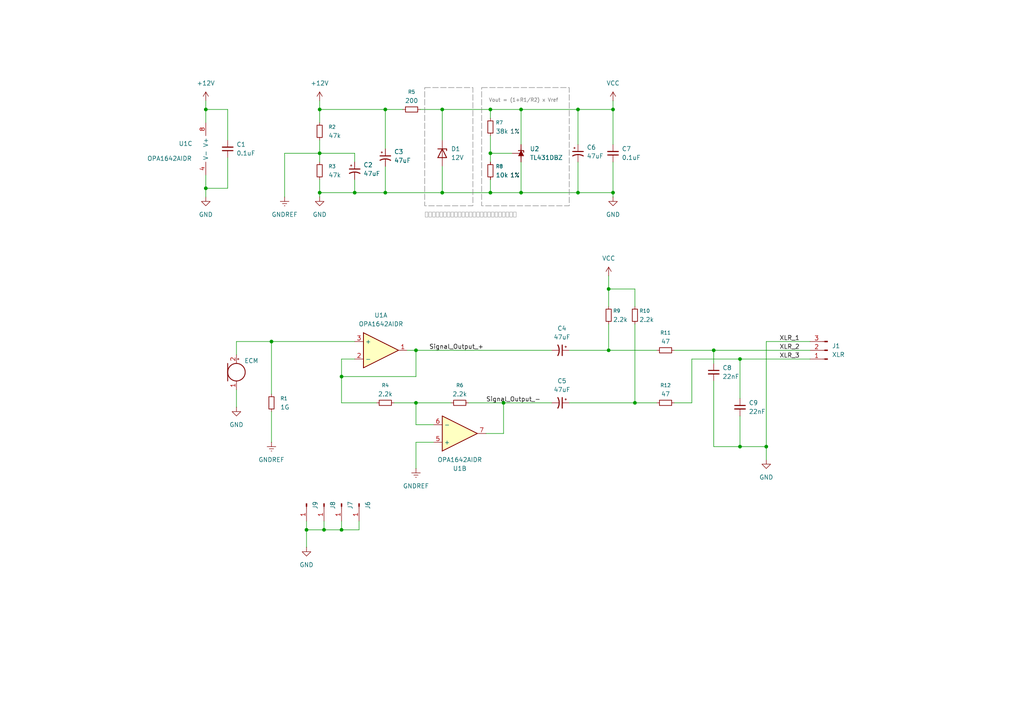
<source format=kicad_sch>
(kicad_sch (version 20250114) (generator "eeschema") (generator_version "9.0")
  (paper "A4")
  (title_block (title "OPA_Alice_ECM_Microphone") (date "2025-09-05") (rev "V1.0") (company "AXin实验室"))
  (lib_symbols
    (symbol "Connector:Conn_01x01_Pin" (pin_names (offset 1.016) (hide yes))
      (property "Reference" "J" (at 0 2.54 0))
      (property "Value" "Conn_01x01_Pin" (at 0 -2.54 0))
      (symbol "Conn_01x01_Pin_1_1"
        (rectangle (start 0.8636 0.127) (end 0 -0.127) (stroke (width 0.1524)) (fill (type outline)))
        (polyline (pts (xy 1.27 0) (xy 0.8636 0)) (stroke (width 0.1524)))
        (pin passive line (at 5.08 0 180) (length 3.81) (name "Pin_1") (number "1"))
      )
    )
    (symbol "Connector:Conn_01x03_Pin" (pin_names (offset 1.016) (hide yes))
      (property "Reference" "J" (at 0 5.08 0))
      (property "Value" "Conn_01x03_Pin" (at 0 -5.08 0))
      (symbol "Conn_01x03_Pin_1_1"
        (rectangle (start 0.8636 2.667) (end 0 2.413) (stroke (width 0.1524)) (fill (type outline)))
        (rectangle (start 0.8636 0.127) (end 0 -0.127) (stroke (width 0.1524)) (fill (type outline)))
        (rectangle (start 0.8636 -2.413) (end 0 -2.667) (stroke (width 0.1524)) (fill (type outline)))
        (polyline (pts (xy 1.27 2.54) (xy 0.8636 2.54)) (stroke (width 0.1524)))
        (polyline (pts (xy 1.27 0) (xy 0.8636 0)) (stroke (width 0.1524)))
        (polyline (pts (xy 1.27 -2.54) (xy 0.8636 -2.54)) (stroke (width 0.1524)))
        (pin passive line (at 5.08 2.54 180) (length 3.81) (name "Pin_1") (number "1"))
        (pin passive line (at 5.08 0 180) (length 3.81) (name "Pin_2") (number "2"))
        (pin passive line (at 5.08 -2.54 180) (length 3.81) (name "Pin_3") (number "3"))
      )
    )
    (symbol "Device:C_Polarized_Small_US" (pin_numbers (hide yes)) (pin_names (offset 0.254) (hide yes))
      (property "Reference" "C" (at 0.254 1.778 0))
      (property "Value" "C_Polarized_Small_US" (at 0.254 -2.032 0))
      (symbol "C_Polarized_Small_US_0_1"
        (polyline (pts (xy -1.524 0.508) (xy 1.524 0.508)) (stroke (width 0.3048)))
        (polyline (pts (xy -1.27 1.524) (xy -0.762 1.524)))
        (polyline (pts (xy -1.016 1.27) (xy -1.016 1.778)))
        (arc (start -1.524 -0.762) (mid 0 -0.3734) (end 1.524 -0.762) (stroke (width 0.3048)))
      )
      (symbol "C_Polarized_Small_US_1_1"
        (pin passive line (at 0 2.54 270) (length 2.032) (name "~") (number "1"))
        (pin passive line (at 0 -2.54 90) (length 2.032) (name "~") (number "2"))
      )
    )
    (symbol "Device:C_Small" (pin_numbers (hide yes)) (pin_names (offset 0.254) (hide yes))
      (property "Reference" "C" (at 0.254 1.778 0))
      (property "Value" "C_Small" (at 0.254 -2.032 0))
      (symbol "C_Small_0_1"
        (polyline (pts (xy -1.524 0.508) (xy 1.524 0.508)) (stroke (width 0.3048)))
        (polyline (pts (xy -1.524 -0.508) (xy 1.524 -0.508)) (stroke (width 0.3302)))
      )
      (symbol "C_Small_1_1"
        (pin passive line (at 0 2.54 270) (length 2.032) (name "~") (number "1"))
        (pin passive line (at 0 -2.54 90) (length 2.032) (name "~") (number "2"))
      )
    )
    (symbol "Device:D_Zener" (pin_numbers (hide yes)) (pin_names (offset 1.016) (hide yes))
      (property "Reference" "D" (at 0 2.54 0))
      (property "Value" "D_Zener" (at 0 -2.54 0))
      (symbol "D_Zener_0_1"
        (polyline (pts (xy -1.27 -1.27) (xy -1.27 1.27) (xy -0.762 1.27)) (stroke (width 0.254)))
        (polyline (pts (xy 1.27 0) (xy -1.27 0)))
        (polyline (pts (xy 1.27 -1.27) (xy 1.27 1.27) (xy -1.27 0) (xy 1.27 -1.27)) (stroke (width 0.254)))
      )
      (symbol "D_Zener_1_1"
        (pin passive line (at -3.81 0 0) (length 2.54) (name "K") (number "1"))
        (pin passive line (at 3.81 0 180) (length 2.54) (name "A") (number "2"))
      )
    )
    (symbol "Device:Microphone" (pin_names (offset 0.0254) (hide yes))
      (property "Reference" "MK" (at -3.81 1.27 0))
      (property "Value" "Microphone" (at -3.81 -0.635 0))
      (symbol "Microphone_0_1"
        (polyline (pts (xy -2.54 2.54) (xy -2.54 -2.54)) (stroke (width 0.254)))
        (circle (center 0 0) (radius 2.54) (stroke (width 0.254)))
        (polyline (pts (xy 0.254 3.81) (xy 0.762 3.81)))
        (polyline (pts (xy 0.508 4.064) (xy 0.508 3.556)))
      )
      (symbol "Microphone_1_1"
        (pin passive line (at 0 5.08 270) (length 2.54) (name "+") (number "2"))
        (pin passive line (at 0 -5.08 90) (length 2.54) (name "-") (number "1"))
      )
    )
    (symbol "Device:R_Small" (pin_numbers (hide yes)) (pin_names (offset 0.254) (hide yes))
      (property "Reference" "R" (at 0 0 90))
      (property "Value" "R_Small" (at 1.778 0 90))
      (symbol "R_Small_0_1"
        (rectangle (start -0.762 1.778) (end 0.762 -1.778) (stroke (width 0.2032)))
      )
      (symbol "R_Small_1_1"
        (pin passive line (at 0 2.54 270) (length 0.762) (name "~") (number "1"))
        (pin passive line (at 0 -2.54 90) (length 0.762) (name "~") (number "2"))
      )
    )
    (symbol "PCM1863:OPA1642AIDR"
      (property "Reference" "U" (at 2.794 7.62 0))
      (property "Value" "OPA1642AIDR" (at 0 0 0))
      (symbol "OPA1642AIDR_1_1"
        (polyline (pts (xy 0 5.08) (xy 10.16 0) (xy 0 -5.08) (xy 0 5.08)) (stroke (width 0.254)) (fill (type background)))
        (pin input line (at -2.54 2.54 0) (length 2.54) (name "+") (number "3"))
        (pin input line (at -2.54 -2.54 0) (length 2.54) (name "-") (number "2"))
        (pin output line (at 12.7 0 180) (length 2.54) (name "~") (number "1"))
      )
      (symbol "OPA1642AIDR_2_1"
        (polyline (pts (xy 0 5.08) (xy 10.16 0) (xy 0 -5.08) (xy 0 5.08)) (stroke (width 0.254)) (fill (type background)))
        (pin input line (at -2.54 2.54 0) (length 2.54) (name "+") (number "5"))
        (pin input line (at -2.54 -2.54 0) (length 2.54) (name "-") (number "6"))
        (pin output line (at 12.7 0 180) (length 2.54) (name "~") (number "7"))
      )
      (symbol "OPA1642AIDR_3_1"
        (pin power_in line (at 0 7.62 270) (length 3.81) (name "V+") (number "8"))
        (pin power_in line (at 0 -7.62 90) (length 3.81) (name "V-") (number "4"))
      )
    )
    (symbol "Reference_Voltage:TL431DBZ" (pin_numbers (hide yes)) (pin_names (hide yes))
      (property "Reference" "U" (at -2.54 2.54 0))
      (property "Value" "TL431DBZ" (at 0 -2.54 0))
      (symbol "TL431DBZ_0_1"
        (polyline (pts (xy -1.27 0) (xy 0 0) (xy 1.27 0)))
        (polyline (pts (xy -0.762 -0.762) (xy -0.762 0.762) (xy 0.762 0) (xy -0.762 -0.762)) (fill (type outline)))
        (polyline (pts (xy 0.254 -0.762) (xy 0.762 -0.762) (xy 0.762 0.762) (xy 0.762 0.762)) (stroke (width 0.254)))
      )
      (symbol "TL431DBZ_1_1"
        (pin passive line (at -2.54 0 0) (length 2.54) (name "A") (number "3"))
        (pin passive line (at 0 2.54 270) (length 2.54) (name "REF") (number "2"))
        (pin passive line (at 2.54 0 180) (length 2.54) (name "K") (number "1"))
      )
    )
    (symbol "power:+12V" (power) (pin_numbers (hide yes)) (pin_names (offset 0) (hide yes))
      (property "Value" "+12V" (at 0 3.556 0))
      (symbol "+12V_0_1"
        (polyline (pts (xy -0.762 1.27) (xy 0 2.54)))
        (polyline (pts (xy 0 2.54) (xy 0.762 1.27)))
        (polyline (pts (xy 0 0) (xy 0 2.54)))
      )
      (symbol "+12V_1_1"
        (pin power_in line (at 0 0 90) (length 0) (name "~") (number "1"))
      )
    )
    (symbol "power:GND" (power) (pin_numbers (hide yes)) (pin_names (offset 0) (hide yes))
      (property "Value" "GND" (at 0 -3.81 0))
      (symbol "GND_0_1"
        (polyline (pts (xy 0 0) (xy 0 -1.27) (xy 1.27 -1.27) (xy 0 -2.54) (xy -1.27 -1.27) (xy 0 -1.27)))
      )
      (symbol "GND_1_1"
        (pin power_in line (at 0 0 270) (length 0) (name "~") (number "1"))
      )
    )
    (symbol "power:GNDREF" (power) (pin_numbers (hide yes)) (pin_names (offset 0) (hide yes))
      (property "Value" "GNDREF" (at 0 -3.81 0))
      (symbol "GNDREF_0_1"
        (polyline (pts (xy -0.635 -1.905) (xy 0.635 -1.905)))
        (polyline (pts (xy -0.127 -2.54) (xy 0.127 -2.54)))
        (polyline (pts (xy 0 -1.27) (xy 0 0)))
        (polyline (pts (xy 1.27 -1.27) (xy -1.27 -1.27)))
      )
      (symbol "GNDREF_1_1"
        (pin power_in line (at 0 0 270) (length 0) (name "~") (number "1"))
      )
    )
    (symbol "power:VCC" (power) (pin_numbers (hide yes)) (pin_names (offset 0) (hide yes))
      (property "Value" "VCC" (at 0 3.556 0))
      (symbol "VCC_0_1"
        (polyline (pts (xy -0.762 1.27) (xy 0 2.54)))
        (polyline (pts (xy 0 2.54) (xy 0.762 1.27)))
        (polyline (pts (xy 0 0) (xy 0 2.54)))
      )
      (symbol "VCC_1_1"
        (pin power_in line (at 0 0 90) (length 0) (name "~") (number "1"))
      )
    )
  )
  (rectangle (start 123.19 25.4) (end 137.16 59.69) (stroke (width 0) (type dash) (color 132 132 132 1)))
  (rectangle (start 139.7 25.4) (end 165.1 59.69) (stroke (width 0) (type dash) (color 132 132 132 1)))
  (text "Vout = (1+R1/R2) x Vref" (at 141.732 29.21 0) (effects (font (size 1.016 1.016)) (justify left)))
  (text "用于测试不同稳压电路底噪，两个稳压电路保留一个即可" (at 123.19 62.738 0) (effects (font (size 1.27 1.27)) (justify left)))
  (junction (at 102.87 55.88))
  (junction (at 59.69 54.61))
  (junction (at 151.13 31.75))
  (junction (at 99.06 153.67))
  (junction (at 78.74 99.06))
  (junction (at 120.65 116.84))
  (junction (at 92.71 55.88))
  (junction (at 167.64 55.88))
  (junction (at 176.53 83.82))
  (junction (at 88.9 153.67))
  (junction (at 146.05 116.84))
  (junction (at 151.13 55.88))
  (junction (at 142.24 55.88))
  (junction (at 92.71 44.45))
  (junction (at 167.64 31.75))
  (junction (at 120.65 101.6))
  (junction (at 214.63 104.14))
  (junction (at 176.53 101.6))
  (junction (at 93.98 153.67))
  (junction (at 214.63 129.54))
  (junction (at 177.8 31.75))
  (junction (at 222.25 129.54))
  (junction (at 128.27 55.88))
  (junction (at 128.27 31.75))
  (junction (at 142.24 44.45))
  (junction (at 59.69 31.75))
  (junction (at 111.76 55.88))
  (junction (at 111.76 31.75))
  (junction (at 142.24 31.75))
  (junction (at 184.15 116.84))
  (junction (at 177.8 55.88))
  (junction (at 207.01 101.6))
  (junction (at 92.71 31.75))
  (junction (at 99.06 109.22))
  (wire (pts (xy 59.69 50.8) (xy 59.69 54.61)))
  (wire (pts (xy 59.69 29.21) (xy 59.69 31.75)))
  (wire (pts (xy 151.13 46.99) (xy 151.13 55.88)))
  (wire (pts (xy 78.74 119.38) (xy 78.74 128.27)))
  (wire (pts (xy 128.27 48.26) (xy 128.27 55.88)))
  (wire (pts (xy 88.9 158.75) (xy 88.9 153.67)))
  (wire (pts (xy 167.64 31.75) (xy 177.8 31.75)))
  (wire (pts (xy 142.24 31.75) (xy 151.13 31.75)))
  (wire (pts (xy 120.65 101.6) (xy 118.11 101.6)))
  (wire (pts (xy 92.71 55.88) (xy 92.71 57.15)))
  (wire (pts (xy 142.24 39.37) (xy 142.24 44.45)))
  (wire (pts (xy 82.55 44.45) (xy 82.55 57.15)))
  (wire (pts (xy 92.71 44.45) (xy 82.55 44.45)))
  (wire (pts (xy 59.69 31.75) (xy 59.69 35.56)))
  (wire (pts (xy 99.06 151.13) (xy 99.06 153.67)))
  (wire (pts (xy 111.76 31.75) (xy 111.76 43.18)))
  (wire (pts (xy 114.3 116.84) (xy 120.65 116.84)))
  (wire (pts (xy 135.89 116.84) (xy 146.05 116.84)))
  (wire (pts (xy 176.53 101.6) (xy 176.53 93.98)))
  (wire (pts (xy 88.9 151.13) (xy 88.9 153.67)))
  (wire (pts (xy 92.71 52.07) (xy 92.71 55.88)))
  (wire (pts (xy 78.74 99.06) (xy 78.74 114.3)))
  (wire (pts (xy 78.74 99.06) (xy 102.87 99.06)))
  (wire (pts (xy 222.25 129.54) (xy 222.25 133.35)))
  (wire (pts (xy 120.65 101.6) (xy 160.02 101.6)))
  (wire (pts (xy 102.87 44.45) (xy 102.87 46.99)))
  (wire (pts (xy 142.24 44.45) (xy 148.59 44.45)))
  (wire (pts (xy 66.04 45.72) (xy 66.04 54.61)))
  (wire (pts (xy 99.06 109.22) (xy 99.06 116.84)))
  (wire (pts (xy 214.63 129.54) (xy 222.25 129.54)))
  (wire (pts (xy 176.53 101.6) (xy 190.5 101.6)))
  (wire (pts (xy 142.24 55.88) (xy 151.13 55.88)))
  (wire (pts (xy 99.06 116.84) (xy 109.22 116.84)))
  (wire (pts (xy 184.15 93.98) (xy 184.15 116.84)))
  (wire (pts (xy 68.58 102.87) (xy 68.58 99.06)))
  (wire (pts (xy 104.14 151.13) (xy 104.14 153.67)))
  (wire (pts (xy 177.8 55.88) (xy 177.8 57.15)))
  (wire (pts (xy 165.1 101.6) (xy 176.53 101.6)))
  (wire (pts (xy 92.71 31.75) (xy 111.76 31.75)))
  (wire (pts (xy 120.65 123.19) (xy 120.65 116.84)))
  (wire (pts (xy 167.64 55.88) (xy 177.8 55.88)))
  (wire (pts (xy 120.65 128.27) (xy 120.65 135.89)))
  (wire (pts (xy 102.87 55.88) (xy 111.76 55.88)))
  (wire (pts (xy 99.06 153.67) (xy 93.98 153.67)))
  (wire (pts (xy 195.58 101.6) (xy 207.01 101.6)))
  (wire (pts (xy 184.15 116.84) (xy 190.5 116.84)))
  (wire (pts (xy 93.98 151.13) (xy 93.98 153.67)))
  (wire (pts (xy 92.71 29.21) (xy 92.71 31.75)))
  (wire (pts (xy 177.8 29.21) (xy 177.8 31.75)))
  (wire (pts (xy 200.66 116.84) (xy 200.66 104.14)))
  (wire (pts (xy 207.01 101.6) (xy 234.95 101.6)))
  (wire (pts (xy 92.71 44.45) (xy 92.71 46.99)))
  (wire (pts (xy 59.69 31.75) (xy 66.04 31.75)))
  (wire (pts (xy 177.8 31.75) (xy 177.8 41.91)))
  (wire (pts (xy 167.64 31.75) (xy 167.64 41.91)))
  (wire (pts (xy 184.15 83.82) (xy 184.15 88.9)))
  (wire (pts (xy 120.65 109.22) (xy 120.65 101.6)))
  (wire (pts (xy 111.76 55.88) (xy 128.27 55.88)))
  (wire (pts (xy 92.71 40.64) (xy 92.71 44.45)))
  (wire (pts (xy 120.65 116.84) (xy 130.81 116.84)))
  (wire (pts (xy 151.13 31.75) (xy 167.64 31.75)))
  (wire (pts (xy 125.73 128.27) (xy 120.65 128.27)))
  (wire (pts (xy 111.76 48.26) (xy 111.76 55.88)))
  (wire (pts (xy 92.71 55.88) (xy 102.87 55.88)))
  (wire (pts (xy 214.63 120.65) (xy 214.63 129.54)))
  (wire (pts (xy 146.05 125.73) (xy 140.97 125.73)))
  (wire (pts (xy 207.01 129.54) (xy 214.63 129.54)))
  (wire (pts (xy 151.13 55.88) (xy 167.64 55.88)))
  (wire (pts (xy 68.58 99.06) (xy 78.74 99.06)))
  (wire (pts (xy 93.98 153.67) (xy 88.9 153.67)))
  (wire (pts (xy 177.8 46.99) (xy 177.8 55.88)))
  (wire (pts (xy 176.53 83.82) (xy 176.53 88.9)))
  (wire (pts (xy 207.01 110.49) (xy 207.01 129.54)))
  (wire (pts (xy 92.71 31.75) (xy 92.71 35.56)))
  (wire (pts (xy 176.53 80.01) (xy 176.53 83.82)))
  (wire (pts (xy 142.24 31.75) (xy 142.24 34.29)))
  (wire (pts (xy 142.24 44.45) (xy 142.24 46.99)))
  (wire (pts (xy 121.92 31.75) (xy 128.27 31.75)))
  (wire (pts (xy 104.14 153.67) (xy 99.06 153.67)))
  (wire (pts (xy 214.63 104.14) (xy 234.95 104.14)))
  (wire (pts (xy 99.06 109.22) (xy 120.65 109.22)))
  (wire (pts (xy 165.1 116.84) (xy 184.15 116.84)))
  (wire (pts (xy 195.58 116.84) (xy 200.66 116.84)))
  (wire (pts (xy 68.58 113.03) (xy 68.58 118.11)))
  (wire (pts (xy 128.27 55.88) (xy 142.24 55.88)))
  (wire (pts (xy 167.64 46.99) (xy 167.64 55.88)))
  (wire (pts (xy 125.73 123.19) (xy 120.65 123.19)))
  (wire (pts (xy 66.04 40.64) (xy 66.04 31.75)))
  (wire (pts (xy 146.05 116.84) (xy 146.05 125.73)))
  (wire (pts (xy 102.87 52.07) (xy 102.87 55.88)))
  (wire (pts (xy 176.53 83.82) (xy 184.15 83.82)))
  (wire (pts (xy 142.24 52.07) (xy 142.24 55.88)))
  (wire (pts (xy 59.69 54.61) (xy 66.04 54.61)))
  (wire (pts (xy 116.84 31.75) (xy 111.76 31.75)))
  (wire (pts (xy 151.13 31.75) (xy 151.13 41.91)))
  (wire (pts (xy 234.95 99.06) (xy 222.25 99.06)))
  (wire (pts (xy 207.01 101.6) (xy 207.01 105.41)))
  (wire (pts (xy 128.27 31.75) (xy 142.24 31.75)))
  (wire (pts (xy 59.69 54.61) (xy 59.69 57.15)))
  (wire (pts (xy 102.87 104.14) (xy 99.06 104.14)))
  (wire (pts (xy 214.63 104.14) (xy 214.63 115.57)))
  (wire (pts (xy 200.66 104.14) (xy 214.63 104.14)))
  (wire (pts (xy 128.27 31.75) (xy 128.27 40.64)))
  (wire (pts (xy 99.06 104.14) (xy 99.06 109.22)))
  (wire (pts (xy 146.05 116.84) (xy 160.02 116.84)))
  (wire (pts (xy 222.25 99.06) (xy 222.25 129.54)))
  (wire (pts (xy 92.71 44.45) (xy 102.87 44.45)))
  (label "Signal_Output_+" (at 124.46 101.6 0))
  (label "XLR_3" (at 226.06 104.14 0))
  (label "Signal_Output_-" (at 140.97 116.84 0))
  (label "XLR_1" (at 226.06 99.06 0))
  (label "XLR_2" (at 226.06 101.6 0))
  (symbol (lib_id "Device:R_Small") (at 119.38 31.75 270) (unit 1)
    (property "Reference" "R5" (at 119.38 26.67 90) (effects (font (size 1.016 1.016))))
    (property "Value" "200" (at 119.38 29.21 90))
    (property "Footprint" "Resistor_SMD:R_0603_1608Metric_Pad0.98x0.95mm_HandSolder" (effects (hide yes)))
    (property "Description" "Resistor, small symbol" (effects (hide yes)))
  )
  (symbol (lib_id "Device:R_Small") (at 133.35 116.84 90) (unit 1)
    (property "Reference" "R6" (at 133.35 111.76 90) (effects (font (size 1.016 1.016))))
    (property "Value" "2.2k" (at 133.35 114.3 90))
    (property "Footprint" "Resistor_SMD:R_0603_1608Metric_Pad0.98x0.95mm_HandSolder" (effects (hide yes)))
    (property "Description" "Resistor, small symbol" (effects (hide yes)))
  )
  (symbol (lib_id "Device:Microphone") (at 68.58 107.95 0) (unit 1)
    (property "Reference" "MK1" (effects (hide yes)))
    (property "Value" "ECM" (at 70.866 104.648 0) (effects (justify left)))
    (property "Footprint" "Connector_JST:JST_XH_B2B-XH-A_1x02_P2.50mm_Vertical" (effects (hide yes)))
    (property "Description" "Microphone" (effects (hide yes)))
  )
  (symbol (lib_id "Connector:Conn_01x01_Pin") (at 93.98 146.05 270) (unit 1)
    (property "Reference" "J8" (at 96.52 146.558 0))
    (property "Value" "Conn_01x01_Pin" (effects (hide yes)))
    (property "Footprint" "custom_connector:F5-9-0.4直筒内绕平行针_触摸弹簧" (effects (hide yes)))
    (property "Description" "Generic connector, single row, 01x01, script generated" (effects (hide yes)))
  )
  (symbol (lib_id "Device:R_Small") (at 193.04 116.84 90) (unit 1)
    (property "Reference" "R12" (at 193.04 111.76 90) (effects (font (size 1.016 1.016))))
    (property "Value" "47" (at 193.04 114.3 90))
    (property "Footprint" "Resistor_SMD:R_0603_1608Metric_Pad0.98x0.95mm_HandSolder" (effects (hide yes)))
    (property "Description" "Resistor, small symbol" (effects (hide yes)))
  )
  (symbol (lib_id "power:GND") (at 92.71 57.15 0) (unit 1)
    (property "Reference" "#PWR05" (effects (hide yes)))
    (property "Value" "GND" (at 92.71 62.23 0))
    (property "Description" "Power symbol creates a global label with name \"GND\" , ground" (effects (hide yes)))
  )
  (symbol (lib_id "Device:C_Small") (at 177.8 44.45 180) (unit 1)
    (property "Reference" "C7" (at 180.34 43.1735 0) (effects (justify right)))
    (property "Value" "0.1uF" (at 180.34 45.7135 0) (effects (justify right)))
    (property "Footprint" "Capacitor_SMD:C_0603_1608Metric_Pad1.08x0.95mm_HandSolder" (effects (hide yes)))
    (property "Description" "Unpolarized capacitor, small symbol" (effects (hide yes)))
  )
  (symbol (lib_id "power:GND") (at 59.69 57.15 0) (unit 1)
    (property "Reference" "#PWR013" (effects (hide yes)))
    (property "Value" "GND" (at 59.69 62.23 0))
    (property "Description" "Power symbol creates a global label with name \"GND\" , ground" (effects (hide yes)))
  )
  (symbol (lib_id "Device:C_Polarized_Small_US") (at 162.56 116.84 270) (unit 1)
    (property "Reference" "C5" (at 162.9918 110.49 90))
    (property "Value" "47uF" (at 162.9918 113.03 90))
    (property "Footprint" "Capacitor_SMD:CP_Elec_8x10.5" (effects (hide yes)))
    (property "Description" "Polarized capacitor, small US symbol" (effects (hide yes)))
    (property "Voltage" "63V" (effects (hide yes)))
  )
  (symbol (lib_id "Device:C_Polarized_Small_US") (at 102.87 49.53 0) (unit 1)
    (property "Reference" "C2" (at 105.41 47.8281 0) (effects (justify left)))
    (property "Value" "47uF" (at 105.41 50.3681 0) (effects (justify left)))
    (property "Footprint" "Capacitor_SMD:CP_Elec_8x10.5" (effects (hide yes)))
    (property "Description" "Polarized capacitor, small US symbol" (effects (hide yes)))
    (property "Voltage" "63V" (effects (hide yes)))
  )
  (symbol (lib_id "power:GNDREF") (at 120.65 135.89 0) (unit 1)
    (property "Reference" "#PWR06" (effects (hide yes)))
    (property "Value" "GNDREF" (at 120.65 140.97 0))
    (property "Description" "Power symbol creates a global label with name \"GNDREF\" , reference supply ground" (effects (hide yes)))
  )
  (symbol (lib_id "Device:C_Small") (at 207.01 107.95 0) (unit 1)
    (property "Reference" "C8" (at 209.55 106.6862 0) (effects (justify left)))
    (property "Value" "22nF" (at 209.55 109.2262 0) (effects (justify left)))
    (property "Footprint" "Capacitor_SMD:C_1206_3216Metric_Pad1.33x1.80mm_HandSolder" (effects (hide yes)))
    (property "Description" "Unpolarized capacitor, small symbol" (effects (hide yes)))
  )
  (symbol (lib_id "power:+12V") (at 59.69 29.21 0) (unit 1)
    (property "Reference" "#PWR012" (effects (hide yes)))
    (property "Value" "+12V" (at 59.69 24.13 0))
    (property "Description" "Power symbol creates a global label with name \"+12V\"" (effects (hide yes)))
  )
  (symbol (lib_id "power:GND") (at 222.25 133.35 0) (unit 1)
    (property "Reference" "#PWR010" (effects (hide yes)))
    (property "Value" "GND" (at 222.25 138.43 0))
    (property "Description" "Power symbol creates a global label with name \"GND\" , ground" (effects (hide yes)))
  )
  (symbol (lib_id "Device:C_Small") (at 66.04 43.18 180) (unit 1)
    (property "Reference" "C1" (at 68.58 41.9035 0) (effects (justify right)))
    (property "Value" "0.1uF" (at 68.58 44.4435 0) (effects (justify right)))
    (property "Footprint" "Capacitor_SMD:C_0603_1608Metric_Pad1.08x0.95mm_HandSolder" (effects (hide yes)))
    (property "Description" "Unpolarized capacitor, small symbol" (effects (hide yes)))
  )
  (symbol (lib_id "Device:D_Zener") (at 128.27 44.45 270) (unit 1)
    (property "Reference" "D1" (at 130.81 43.1799 90) (effects (justify left)))
    (property "Value" "12V" (at 130.81 45.7199 90) (effects (justify left)))
    (property "Footprint" "Diode_SMD:D_SMA" (effects (hide yes)))
    (property "Description" "1SMA4742A 12V Zener diode" (effects (hide yes)))
  )
  (symbol (lib_id "Device:R_Small") (at 92.71 38.1 0) (unit 1)
    (property "Reference" "R2" (at 95.25 36.8299 0) (effects (font (size 1.016 1.016)) (justify left)))
    (property "Value" "47k" (at 95.25 39.3699 0) (effects (justify left)))
    (property "Footprint" "Resistor_SMD:R_0603_1608Metric_Pad0.98x0.95mm_HandSolder" (effects (hide yes)))
    (property "Description" "Resistor, small symbol" (effects (hide yes)))
  )
  (symbol (lib_id "Device:R_Small") (at 176.53 91.44 180) (unit 1)
    (property "Reference" "R9" (at 177.8 90.17 0) (effects (font (size 1.016 1.016)) (justify right)))
    (property "Value" "2.2k" (at 177.8 92.71 0) (effects (justify right)))
    (property "Footprint" "Resistor_SMD:R_0603_1608Metric_Pad0.98x0.95mm_HandSolder" (effects (hide yes)))
    (property "Description" "Resistor, small symbol" (effects (hide yes)))
  )
  (symbol (lib_id "power:VCC") (at 177.8 29.21 0) (unit 1)
    (property "Reference" "#PWR07" (effects (hide yes)))
    (property "Value" "VCC" (at 177.8 24.13 0))
    (property "Description" "Power symbol creates a global label with name \"VCC\"" (effects (hide yes)))
  )
  (symbol (lib_id "power:GND") (at 177.8 57.15 0) (unit 1)
    (property "Reference" "#PWR08" (effects (hide yes)))
    (property "Value" "GND" (at 177.8 62.23 0))
    (property "Description" "Power symbol creates a global label with name \"GND\" , ground" (effects (hide yes)))
  )
  (symbol (lib_id "Device:R_Small") (at 193.04 101.6 90) (unit 1)
    (property "Reference" "R11" (at 193.04 96.52 90) (effects (font (size 1.016 1.016))))
    (property "Value" "47" (at 193.04 99.06 90))
    (property "Footprint" "Resistor_SMD:R_0603_1608Metric_Pad0.98x0.95mm_HandSolder" (effects (hide yes)))
    (property "Description" "Resistor, small symbol" (effects (hide yes)))
  )
  (symbol (lib_id "Device:R_Small") (at 111.76 116.84 90) (unit 1)
    (property "Reference" "R4" (at 111.76 111.76 90) (effects (font (size 1.016 1.016))))
    (property "Value" "2.2k" (at 111.76 114.3 90))
    (property "Footprint" "Resistor_SMD:R_0603_1608Metric_Pad0.98x0.95mm_HandSolder" (effects (hide yes)))
    (property "Description" "Resistor, small symbol" (effects (hide yes)))
  )
  (symbol (lib_id "PCM1863:OPA1642AIDR") (at 128.27 125.73 0) (mirror x) (unit 2)
    (property "Reference" "U1" (at 133.35 135.89 0))
    (property "Value" "OPA1642AIDR" (at 133.35 133.35 0))
    (property "Footprint" "Package_SO:SOIC-8_3.9x4.9mm_P1.27mm" (effects (hide yes)))
    (property "Datasheet" "https://www.ti.com.cn/cn/lit/ds/symlink/opa1642.pdf?ts=1755851062178&ref_url=https%253A%252F%252Fwww.ti.com.cn%252Fproduct%252Fcn%252FOPA1642" (effects (hide yes)))
    (property "Description" "双通道 SoundPlus™ 高性能、JFET 输入音频运算放大器" (effects (hide yes)))
  )
  (symbol (lib_id "Device:R_Small") (at 78.74 116.84 0) (unit 1)
    (property "Reference" "R1" (at 81.28 115.5699 0) (effects (font (size 1.016 1.016)) (justify left)))
    (property "Value" "1G" (at 81.28 118.1099 0) (effects (justify left)))
    (property "Footprint" "Resistor_THT:R_Axial_DIN0204_L3.6mm_D1.6mm_P7.62mm_Horizontal" (effects (hide yes)))
    (property "Description" "Resistor, small symbol" (effects (hide yes)))
  )
  (symbol (lib_id "PCM1863:OPA1642AIDR") (at 59.69 43.18 0) (unit 3)
    (property "Reference" "U1" (at 51.816 41.656 0) (effects (justify left)))
    (property "Value" "OPA1642AIDR" (at 42.672 45.974 0) (effects (justify left)))
    (property "Footprint" "Package_SO:SOIC-8_3.9x4.9mm_P1.27mm" (effects (hide yes)))
    (property "Datasheet" "https://www.ti.com.cn/cn/lit/ds/symlink/opa1642.pdf?ts=1755851062178&ref_url=https%253A%252F%252Fwww.ti.com.cn%252Fproduct%252Fcn%252FOPA1642" (effects (hide yes)))
    (property "Description" "双通道 SoundPlus™ 高性能、JFET 输入音频运算放大器" (effects (hide yes)))
  )
  (symbol (lib_id "power:GND") (at 68.58 118.11 0) (unit 1)
    (property "Reference" "#PWR02" (effects (hide yes)))
    (property "Value" "GND" (at 68.58 123.19 0))
    (property "Description" "Power symbol creates a global label with name \"GND\" , ground" (effects (hide yes)))
  )
  (symbol (lib_id "Connector:Conn_01x01_Pin") (at 99.06 146.05 270) (unit 1)
    (property "Reference" "J7" (at 101.6 146.558 0))
    (property "Value" "Conn_01x01_Pin" (effects (hide yes)))
    (property "Footprint" "custom_connector:F5-9-0.4直筒内绕平行针_触摸弹簧" (effects (hide yes)))
    (property "Description" "Generic connector, single row, 01x01, script generated" (effects (hide yes)))
  )
  (symbol (lib_id "Connector:Conn_01x03_Pin") (at 240.03 101.6 180) (unit 1)
    (property "Reference" "J1" (at 241.3 100.3299 0) (effects (justify right)))
    (property "Value" "XLR" (at 241.3 102.8699 0) (effects (justify right)))
    (property "Footprint" "Connector_JST:JST_XH_B3B-XH-A_1x03_P2.50mm_Vertical" (effects (hide yes)))
    (property "Description" "Generic connector, single row, 01x03, script generated" (effects (hide yes)))
  )
  (symbol (lib_id "power:GNDREF") (at 78.74 128.27 0) (unit 1)
    (property "Reference" "#PWR03" (effects (hide yes)))
    (property "Value" "GNDREF" (at 78.74 133.35 0))
    (property "Description" "Power symbol creates a global label with name \"GNDREF\" , reference supply ground" (effects (hide yes)))
  )
  (symbol (lib_id "Device:R_Small") (at 92.71 49.53 0) (unit 1)
    (property "Reference" "R3" (at 95.25 48.2599 0) (effects (font (size 1.016 1.016)) (justify left)))
    (property "Value" "47k" (at 95.25 50.7999 0) (effects (justify left)))
    (property "Footprint" "Resistor_SMD:R_0603_1608Metric_Pad0.98x0.95mm_HandSolder" (effects (hide yes)))
    (property "Description" "Resistor, small symbol" (effects (hide yes)))
  )
  (symbol (lib_id "PCM1863:OPA1642AIDR") (at 105.41 101.6 0) (unit 1)
    (property "Reference" "U1" (at 110.49 91.44 0))
    (property "Value" "OPA1642AIDR" (at 110.49 93.98 0))
    (property "Footprint" "Package_SO:SOIC-8_3.9x4.9mm_P1.27mm" (effects (hide yes)))
    (property "Datasheet" "https://www.ti.com.cn/cn/lit/ds/symlink/opa1642.pdf?ts=1755851062178&ref_url=https%253A%252F%252Fwww.ti.com.cn%252Fproduct%252Fcn%252FOPA1642" (effects (hide yes)))
    (property "Description" "双通道 SoundPlus™ 高性能、JFET 输入音频运算放大器" (effects (hide yes)))
  )
  (symbol (lib_id "power:GND") (at 88.9 158.75 0) (unit 1)
    (property "Reference" "#PWR014" (effects (hide yes)))
    (property "Value" "GND" (at 88.9 163.83 0))
    (property "Description" "Power symbol creates a global label with name \"GND\" , ground" (effects (hide yes)))
  )
  (symbol (lib_id "Connector:Conn_01x01_Pin") (at 104.14 146.05 270) (unit 1)
    (property "Reference" "J6" (at 106.68 146.558 0))
    (property "Value" "Conn_01x01_Pin" (effects (hide yes)))
    (property "Footprint" "custom_connector:F5-9-0.4直筒内绕平行针_触摸弹簧" (effects (hide yes)))
    (property "Description" "Generic connector, single row, 01x01, script generated" (effects (hide yes)))
  )
  (symbol (lib_id "Device:C_Polarized_Small_US") (at 167.64 44.45 0) (unit 1)
    (property "Reference" "C6" (at 170.18 42.7481 0) (effects (justify left)))
    (property "Value" "47uF" (at 170.18 45.2881 0) (effects (justify left)))
    (property "Footprint" "Capacitor_SMD:CP_Elec_8x10.5" (effects (hide yes)))
    (property "Description" "Polarized capacitor, small US symbol" (effects (hide yes)))
    (property "Voltage" "63V" (effects (hide yes)))
  )
  (symbol (lib_id "Device:R_Small") (at 142.24 36.83 0) (unit 1)
    (property "Reference" "R7" (at 143.764 35.56 0) (effects (font (size 1.016 1.016)) (justify left)))
    (property "Value" "38k" (at 143.764 38.1 0) (effects (justify left)))
    (property "Footprint" "Resistor_SMD:R_0603_1608Metric_Pad0.98x0.95mm_HandSolder" (effects (hide yes)))
    (property "Description" "Resistor, small symbol" (effects (hide yes)))
    (property "Accuracy" "1%" (at 149.352 38.1 0))
  )
  (symbol (lib_id "Device:R_Small") (at 142.24 49.53 0) (unit 1)
    (property "Reference" "R8" (at 143.764 48.26 0) (effects (font (size 1.016 1.016)) (justify left)))
    (property "Value" "10k" (at 143.764 50.8 0) (effects (justify left)))
    (property "Footprint" "Resistor_SMD:R_0603_1608Metric_Pad0.98x0.95mm_HandSolder" (effects (hide yes)))
    (property "Description" "Resistor, small symbol" (effects (hide yes)))
    (property "Accuracy" "1%" (at 149.352 50.8 0))
  )
  (symbol (lib_id "Reference_Voltage:TL431DBZ") (at 151.13 44.45 90) (unit 1)
    (property "Reference" "U2" (at 153.67 43.1799 90) (effects (justify right)))
    (property "Value" "TL431DBZ" (at 153.67 45.7199 90) (effects (justify right)))
    (property "Footprint" "Package_TO_SOT_SMD:SOT-23" (effects (hide yes)))
    (property "Datasheet" "http://www.ti.com/lit/ds/symlink/tl431.pdf" (effects (hide yes)))
    (property "Description" "Shunt Regulator, SOT-23" (effects (hide yes)))
  )
  (symbol (lib_id "Device:C_Polarized_Small_US") (at 162.56 101.6 270) (unit 1)
    (property "Reference" "C4" (at 162.9918 95.25 90))
    (property "Value" "47uF" (at 162.9918 97.79 90))
    (property "Footprint" "Capacitor_SMD:CP_Elec_8x10.5" (effects (hide yes)))
    (property "Description" "Polarized capacitor, small US symbol" (effects (hide yes)))
    (property "Voltage" "63V" (effects (hide yes)))
  )
  (symbol (lib_id "Connector:Conn_01x01_Pin") (at 88.9 146.05 270) (unit 1)
    (property "Reference" "J9" (at 91.44 146.558 0))
    (property "Value" "Conn_01x01_Pin" (effects (hide yes)))
    (property "Footprint" "custom_connector:F5-9-0.4直筒内绕平行针_触摸弹簧" (effects (hide yes)))
    (property "Description" "Generic connector, single row, 01x01, script generated" (effects (hide yes)))
  )
  (symbol (lib_id "power:VCC") (at 176.53 80.01 0) (unit 1)
    (property "Reference" "#PWR09" (effects (hide yes)))
    (property "Value" "VCC" (at 176.53 74.93 0))
    (property "Description" "Power symbol creates a global label with name \"VCC\"" (effects (hide yes)))
  )
  (symbol (lib_id "Device:C_Polarized_Small_US") (at 111.76 45.72 0) (unit 1)
    (property "Reference" "C3" (at 114.3 44.0181 0) (effects (justify left)))
    (property "Value" "47uF" (at 114.3 46.5581 0) (effects (justify left)))
    (property "Footprint" "Capacitor_SMD:CP_Elec_8x10.5" (effects (hide yes)))
    (property "Description" "Polarized capacitor, small US symbol" (effects (hide yes)))
    (property "Voltage" "63V" (effects (hide yes)))
  )
  (symbol (lib_id "Device:C_Small") (at 214.63 118.11 0) (unit 1)
    (property "Reference" "C9" (at 217.17 116.8462 0) (effects (justify left)))
    (property "Value" "22nF" (at 217.17 119.3862 0) (effects (justify left)))
    (property "Footprint" "Capacitor_SMD:C_1206_3216Metric_Pad1.33x1.80mm_HandSolder" (effects (hide yes)))
    (property "Description" "Unpolarized capacitor, small symbol" (effects (hide yes)))
  )
  (symbol (lib_id "power:+12V") (at 92.71 29.21 0) (unit 1)
    (property "Reference" "#PWR04" (effects (hide yes)))
    (property "Value" "+12V" (at 92.71 24.13 0))
    (property "Description" "Power symbol creates a global label with name \"+12V\"" (effects (hide yes)))
  )
  (symbol (lib_id "Device:R_Small") (at 184.15 91.44 180) (unit 1)
    (property "Reference" "R10" (at 185.42 90.17 0) (effects (font (size 1.016 1.016)) (justify right)))
    (property "Value" "2.2k" (at 185.42 92.71 0) (effects (justify right)))
    (property "Footprint" "Resistor_SMD:R_0603_1608Metric_Pad0.98x0.95mm_HandSolder" (effects (hide yes)))
    (property "Description" "Resistor, small symbol" (effects (hide yes)))
  )
  (symbol (lib_id "power:GNDREF") (at 82.55 57.15 0) (unit 1)
    (property "Reference" "#PWR01" (effects (hide yes)))
    (property "Value" "GNDREF" (at 82.55 62.23 0))
    (property "Description" "Power symbol creates a global label with name \"GNDREF\" , reference supply ground" (effects (hide yes)))
  )
)
</source>
